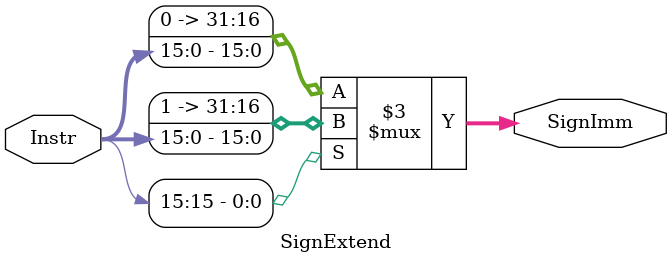
<source format=v>
module SignExtend (
    output reg  [31:0] SignImm,
    input  wire [15:0] Instr
);
    always @(*) begin
        if (Instr[15]) begin
            SignImm = { { 16 {1'b1} } ,Instr };
        end
        else SignImm = { { 16 {1'b0} } ,Instr }; 
    end
endmodule
</source>
